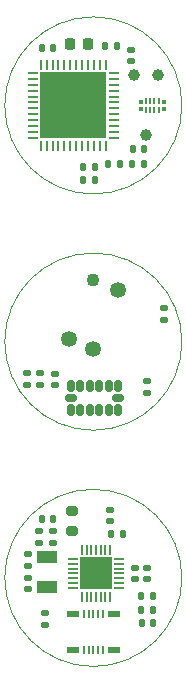
<source format=gbr>
%TF.GenerationSoftware,KiCad,Pcbnew,9.0.0*%
%TF.CreationDate,2025-03-13T16:46:45-04:00*%
%TF.ProjectId,IngestibleCapsule-Board_larger_vias,496e6765-7374-4696-926c-654361707375,rev?*%
%TF.SameCoordinates,Original*%
%TF.FileFunction,Soldermask,Top*%
%TF.FilePolarity,Negative*%
%FSLAX46Y46*%
G04 Gerber Fmt 4.6, Leading zero omitted, Abs format (unit mm)*
G04 Created by KiCad (PCBNEW 9.0.0) date 2025-03-13 16:46:45*
%MOMM*%
%LPD*%
G01*
G04 APERTURE LIST*
G04 Aperture macros list*
%AMRoundRect*
0 Rectangle with rounded corners*
0 $1 Rounding radius*
0 $2 $3 $4 $5 $6 $7 $8 $9 X,Y pos of 4 corners*
0 Add a 4 corners polygon primitive as box body*
4,1,4,$2,$3,$4,$5,$6,$7,$8,$9,$2,$3,0*
0 Add four circle primitives for the rounded corners*
1,1,$1+$1,$2,$3*
1,1,$1+$1,$4,$5*
1,1,$1+$1,$6,$7*
1,1,$1+$1,$8,$9*
0 Add four rect primitives between the rounded corners*
20,1,$1+$1,$2,$3,$4,$5,0*
20,1,$1+$1,$4,$5,$6,$7,0*
20,1,$1+$1,$6,$7,$8,$9,0*
20,1,$1+$1,$8,$9,$2,$3,0*%
G04 Aperture macros list end*
%ADD10R,0.220000X0.700000*%
%ADD11R,1.000000X0.500000*%
%ADD12R,2.700000X2.700000*%
%ADD13RoundRect,0.050000X-0.050000X-0.362500X0.050000X-0.362500X0.050000X0.362500X-0.050000X0.362500X0*%
%ADD14RoundRect,0.050000X-0.362500X-0.050000X0.362500X-0.050000X0.362500X0.050000X-0.362500X0.050000X0*%
%ADD15RoundRect,0.140000X-0.170000X0.140000X-0.170000X-0.140000X0.170000X-0.140000X0.170000X0.140000X0*%
%ADD16RoundRect,0.140000X0.170000X-0.140000X0.170000X0.140000X-0.170000X0.140000X-0.170000X-0.140000X0*%
%ADD17RoundRect,0.135000X0.135000X0.185000X-0.135000X0.185000X-0.135000X-0.185000X0.135000X-0.185000X0*%
%ADD18RoundRect,0.140000X-0.140000X-0.170000X0.140000X-0.170000X0.140000X0.170000X-0.140000X0.170000X0*%
%ADD19C,1.350000*%
%ADD20C,1.100000*%
%ADD21RoundRect,0.135000X-0.185000X0.135000X-0.185000X-0.135000X0.185000X-0.135000X0.185000X0.135000X0*%
%ADD22RoundRect,0.225000X-0.225000X-0.250000X0.225000X-0.250000X0.225000X0.250000X-0.225000X0.250000X0*%
%ADD23RoundRect,0.140000X0.140000X0.170000X-0.140000X0.170000X-0.140000X-0.170000X0.140000X-0.170000X0*%
%ADD24RoundRect,0.200000X0.275000X-0.200000X0.275000X0.200000X-0.275000X0.200000X-0.275000X-0.200000X0*%
%ADD25RoundRect,0.135000X0.185000X-0.135000X0.185000X0.135000X-0.185000X0.135000X-0.185000X-0.135000X0*%
%ADD26RoundRect,0.135000X-0.135000X-0.185000X0.135000X-0.185000X0.135000X0.185000X-0.135000X0.185000X0*%
%ADD27R,0.380000X0.300000*%
%ADD28R,0.200000X0.520000*%
%ADD29RoundRect,0.062500X-0.375000X-0.062500X0.375000X-0.062500X0.375000X0.062500X-0.375000X0.062500X0*%
%ADD30RoundRect,0.062500X-0.062500X-0.375000X0.062500X-0.375000X0.062500X0.375000X-0.062500X0.375000X0*%
%ADD31R,5.600000X5.600000*%
%ADD32R,1.800000X1.000000*%
%ADD33RoundRect,0.150000X-0.150000X0.325000X-0.150000X-0.325000X0.150000X-0.325000X0.150000X0.325000X0*%
%ADD34RoundRect,0.150000X-0.325000X0.150000X-0.325000X-0.150000X0.325000X-0.150000X0.325000X0.150000X0*%
%ADD35RoundRect,0.147500X-0.147500X-0.172500X0.147500X-0.172500X0.147500X0.172500X-0.147500X0.172500X0*%
%ADD36C,0.990600*%
%TA.AperFunction,Profile*%
%ADD37C,0.050000*%
%TD*%
G04 APERTURE END LIST*
D10*
%TO.C,J4*%
X100800001Y-118050001D03*
X100399999Y-118050001D03*
X100000000Y-118050001D03*
X99600001Y-118050001D03*
X99199999Y-118050001D03*
X100800001Y-121149999D03*
X100399999Y-121149999D03*
X100000000Y-121149999D03*
X99600001Y-121149999D03*
X99199999Y-121149999D03*
D11*
X101749996Y-118100000D03*
X98250004Y-118100000D03*
X101749996Y-121100000D03*
X98250004Y-121100000D03*
%TD*%
D12*
%TO.C,U5*%
X100225000Y-114625000D03*
D13*
X99025000Y-112662500D03*
X99425000Y-112662500D03*
X99825000Y-112662500D03*
X100225000Y-112662500D03*
X100625000Y-112662500D03*
X101025000Y-112662500D03*
X101425000Y-112662500D03*
D14*
X102187500Y-113425000D03*
X102187500Y-113825000D03*
X102187500Y-114225000D03*
X102187500Y-114625000D03*
X102187500Y-115025000D03*
X102187500Y-115425000D03*
X102187500Y-115825000D03*
D13*
X101425000Y-116587500D03*
X101025000Y-116587500D03*
X100625000Y-116587500D03*
X100225000Y-116587500D03*
X99825000Y-116587500D03*
X99425000Y-116587500D03*
X99025000Y-116587500D03*
D14*
X98262500Y-115825000D03*
X98262500Y-115425000D03*
X98262500Y-115025000D03*
X98262500Y-114625000D03*
X98262500Y-114225000D03*
X98262500Y-113825000D03*
X98262500Y-113425000D03*
%TD*%
D15*
%TO.C,C19*%
X104550000Y-114145000D03*
X104550000Y-115105000D03*
%TD*%
%TO.C,C18*%
X103500000Y-114140000D03*
X103500000Y-115100000D03*
%TD*%
D16*
%TO.C,C13*%
X106000000Y-93130000D03*
X106000000Y-92170000D03*
%TD*%
D17*
%TO.C,R10*%
X105090000Y-117700000D03*
X104070000Y-117700000D03*
%TD*%
D18*
%TO.C,C5*%
X95620000Y-70100000D03*
X96580000Y-70100000D03*
%TD*%
%TO.C,C9*%
X99140000Y-81280000D03*
X100100000Y-81280000D03*
%TD*%
D19*
%TO.C,U2*%
X100000000Y-95600000D03*
X102065000Y-90615000D03*
D20*
X100000000Y-89760000D03*
D19*
X97935000Y-94745000D03*
%TD*%
D16*
%TO.C,C20*%
X101425000Y-110205000D03*
X101425000Y-109245000D03*
%TD*%
D21*
%TO.C,R5*%
X104550000Y-98330000D03*
X104550000Y-99350000D03*
%TD*%
D18*
%TO.C,C17*%
X104090000Y-118800000D03*
X105050000Y-118800000D03*
%TD*%
D16*
%TO.C,C23*%
X95400000Y-112010000D03*
X95400000Y-111050000D03*
%TD*%
%TO.C,C12*%
X96750000Y-98680000D03*
X96750000Y-97720000D03*
%TD*%
D22*
%TO.C,C10*%
X98000000Y-69800000D03*
X99550000Y-69800000D03*
%TD*%
D23*
%TO.C,C22*%
X96580000Y-110000000D03*
X95620000Y-110000000D03*
%TD*%
D18*
%TO.C,C8*%
X99150000Y-80230000D03*
X100110000Y-80230000D03*
%TD*%
%TO.C,C21*%
X104070000Y-116550000D03*
X105030000Y-116550000D03*
%TD*%
%TO.C,C11*%
X103320000Y-78700000D03*
X104280000Y-78700000D03*
%TD*%
D16*
%TO.C,C15*%
X94500000Y-115980000D03*
X94500000Y-115020000D03*
%TD*%
D24*
%TO.C,R11*%
X98200000Y-111025000D03*
X98200000Y-109375000D03*
%TD*%
D21*
%TO.C,R7*%
X95450000Y-97680000D03*
X95450000Y-98700000D03*
%TD*%
D16*
%TO.C,C6*%
X103200000Y-71280000D03*
X103200000Y-70320000D03*
%TD*%
D18*
%TO.C,C7*%
X101260000Y-80000000D03*
X102220000Y-80000000D03*
%TD*%
D25*
%TO.C,R6*%
X94350000Y-98710000D03*
X94350000Y-97690000D03*
%TD*%
%TO.C,R9*%
X95950000Y-119010000D03*
X95950000Y-117990000D03*
%TD*%
D26*
%TO.C,R3*%
X103300000Y-80000000D03*
X104320000Y-80000000D03*
%TD*%
D27*
%TO.C,J2*%
X104035000Y-74720000D03*
X104035000Y-75280000D03*
X105965000Y-74720000D03*
X105965000Y-75280000D03*
D28*
X104475000Y-74610000D03*
X104475000Y-75390000D03*
X104825000Y-74610000D03*
X104825000Y-75390000D03*
X105175000Y-74610000D03*
X105175000Y-75390000D03*
X105525000Y-74610000D03*
X105525000Y-75390000D03*
%TD*%
D25*
%TO.C,R12*%
X96550000Y-112070000D03*
X96550000Y-111050000D03*
%TD*%
D29*
%TO.C,U1*%
X94862500Y-72250000D03*
X94862500Y-72750000D03*
X94862500Y-73250000D03*
X94862500Y-73750000D03*
X94862500Y-74250000D03*
X94862500Y-74750000D03*
X94862500Y-75250000D03*
X94862500Y-75750000D03*
X94862500Y-76250000D03*
X94862500Y-76750000D03*
X94862500Y-77250000D03*
X94862500Y-77750000D03*
D30*
X95550000Y-78437500D03*
X96050000Y-78437500D03*
X96550000Y-78437500D03*
X97050000Y-78437500D03*
X97550000Y-78437500D03*
X98050000Y-78437500D03*
X98550000Y-78437500D03*
X99050000Y-78437500D03*
X99550000Y-78437500D03*
X100050000Y-78437500D03*
X100550000Y-78437500D03*
X101050000Y-78437500D03*
D29*
X101737500Y-77750000D03*
X101737500Y-77250000D03*
X101737500Y-76750000D03*
X101737500Y-76250000D03*
X101737500Y-75750000D03*
X101737500Y-75250000D03*
X101737500Y-74750000D03*
X101737500Y-74250000D03*
X101737500Y-73750000D03*
X101737500Y-73250000D03*
X101737500Y-72750000D03*
X101737500Y-72250000D03*
D30*
X101050000Y-71562500D03*
X100550000Y-71562500D03*
X100050000Y-71562500D03*
X99550000Y-71562500D03*
X99050000Y-71562500D03*
X98550000Y-71562500D03*
X98050000Y-71562500D03*
X97550000Y-71562500D03*
X97050000Y-71562500D03*
X96550000Y-71562500D03*
X96050000Y-71562500D03*
X95550000Y-71562500D03*
D31*
X98300000Y-75000000D03*
%TD*%
D15*
%TO.C,C16*%
X94500000Y-113020000D03*
X94500000Y-113980000D03*
%TD*%
D32*
%TO.C,Y3*%
X96100000Y-115750000D03*
X96100000Y-113250000D03*
%TD*%
D33*
%TO.C,U3*%
X102100000Y-98750000D03*
X101300000Y-98750000D03*
X100500000Y-98750000D03*
X99700000Y-98750000D03*
X98900000Y-98750000D03*
X98100000Y-98750000D03*
D34*
X98100000Y-99750000D03*
D33*
X98100000Y-100750000D03*
X98900000Y-100750000D03*
X99700000Y-100750000D03*
X100500000Y-100750000D03*
X101300000Y-100750000D03*
X102100000Y-100750000D03*
D34*
X102100000Y-99750000D03*
%TD*%
D26*
%TO.C,R2*%
X100980000Y-70000000D03*
X102000000Y-70000000D03*
%TD*%
D35*
%TO.C,L1*%
X101530000Y-111250000D03*
X102500000Y-111250000D03*
%TD*%
D36*
%TO.C,J1*%
X104465000Y-77510000D03*
X103449000Y-72430000D03*
X105481000Y-72430000D03*
%TD*%
D37*
X107500000Y-115000000D02*
G75*
G02*
X92500000Y-115000000I-7500000J0D01*
G01*
X92500000Y-115000000D02*
G75*
G02*
X107500000Y-115000000I7500000J0D01*
G01*
X107500000Y-95000000D02*
G75*
G02*
X92500000Y-95000000I-7500000J0D01*
G01*
X92500000Y-95000000D02*
G75*
G02*
X107500000Y-95000000I7500000J0D01*
G01*
X107500000Y-75000000D02*
G75*
G02*
X92500000Y-75000000I-7500000J0D01*
G01*
X92500000Y-75000000D02*
G75*
G02*
X107500000Y-75000000I7500000J0D01*
G01*
M02*

</source>
